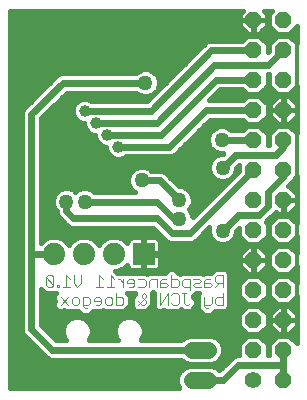
<source format=gbl>
G75*
G70*
%OFA0B0*%
%FSLAX24Y24*%
%IPPOS*%
%LPD*%
%AMOC8*
5,1,8,0,0,1.08239X$1,22.5*
%
%ADD10C,0.0030*%
%ADD11C,0.0560*%
%ADD12OC8,0.0560*%
%ADD13C,0.0560*%
%ADD14R,0.0740X0.0740*%
%ADD15C,0.0740*%
%ADD16C,0.0500*%
%ADD17C,0.0160*%
%ADD18C,0.0140*%
%ADD19C,0.0240*%
%ADD20C,0.0220*%
%ADD21C,0.0396*%
D10*
X002162Y003245D02*
X002409Y003492D01*
X002409Y003245D02*
X002162Y003492D01*
X002102Y003845D02*
X002040Y003845D01*
X002040Y003907D01*
X002102Y003907D01*
X002102Y003845D01*
X002223Y003845D02*
X002470Y003845D01*
X002347Y003845D02*
X002347Y004215D01*
X002470Y004092D01*
X002591Y004215D02*
X002591Y003968D01*
X002715Y003845D01*
X002838Y003968D01*
X002838Y004215D01*
X003328Y003845D02*
X003575Y003845D01*
X003696Y003845D02*
X003943Y003845D01*
X003820Y003845D02*
X003820Y004215D01*
X003943Y004092D01*
X004065Y004092D02*
X004127Y004092D01*
X004250Y003968D01*
X004372Y003968D02*
X004618Y003968D01*
X004618Y003907D02*
X004618Y004030D01*
X004557Y004092D01*
X004433Y004092D01*
X004372Y004030D01*
X004372Y003968D01*
X004433Y003845D02*
X004557Y003845D01*
X004618Y003907D01*
X004740Y003845D02*
X004925Y003845D01*
X004987Y003907D01*
X004987Y004030D01*
X004925Y004092D01*
X004740Y004092D01*
X005108Y004030D02*
X005108Y003845D01*
X005108Y004030D02*
X005170Y004092D01*
X005355Y004092D01*
X005355Y003845D01*
X005477Y003845D02*
X005662Y003845D01*
X005723Y003907D01*
X005662Y003968D01*
X005477Y003968D01*
X005477Y004030D02*
X005477Y003845D01*
X005477Y004030D02*
X005538Y004092D01*
X005662Y004092D01*
X005845Y004092D02*
X006030Y004092D01*
X006092Y004030D01*
X006092Y003907D01*
X006030Y003845D01*
X005845Y003845D01*
X005845Y004215D01*
X006213Y004030D02*
X006213Y003907D01*
X006275Y003845D01*
X006460Y003845D01*
X006460Y003722D02*
X006460Y004092D01*
X006275Y004092D01*
X006213Y004030D01*
X006581Y004092D02*
X006767Y004092D01*
X006828Y004030D01*
X006767Y003968D01*
X006643Y003968D01*
X006581Y003907D01*
X006643Y003845D01*
X006828Y003845D01*
X006950Y003845D02*
X007135Y003845D01*
X007197Y003907D01*
X007135Y003968D01*
X006950Y003968D01*
X006950Y004030D02*
X006950Y003845D01*
X006950Y004030D02*
X007012Y004092D01*
X007135Y004092D01*
X007318Y004154D02*
X007318Y004030D01*
X007380Y003968D01*
X007565Y003968D01*
X007565Y003845D02*
X007565Y004215D01*
X007380Y004215D01*
X007318Y004154D01*
X007442Y003968D02*
X007318Y003845D01*
X007565Y003615D02*
X007565Y003245D01*
X007380Y003245D01*
X007318Y003307D01*
X007318Y003430D01*
X007380Y003492D01*
X007565Y003492D01*
X007197Y003492D02*
X007197Y003307D01*
X007135Y003245D01*
X006950Y003245D01*
X006950Y003183D02*
X007012Y003122D01*
X007073Y003122D01*
X006950Y003183D02*
X006950Y003492D01*
X006460Y003307D02*
X006398Y003245D01*
X006337Y003245D01*
X006275Y003307D01*
X006275Y003615D01*
X006337Y003615D02*
X006213Y003615D01*
X006092Y003554D02*
X006092Y003307D01*
X006030Y003245D01*
X005907Y003245D01*
X005845Y003307D01*
X005723Y003245D02*
X005723Y003615D01*
X005477Y003245D01*
X005477Y003615D01*
X005845Y003554D02*
X005907Y003615D01*
X006030Y003615D01*
X006092Y003554D01*
X004987Y003554D02*
X004987Y003492D01*
X004740Y003245D01*
X004740Y003368D02*
X004863Y003245D01*
X004925Y003245D01*
X004987Y003307D01*
X004987Y003368D01*
X004863Y003492D01*
X004863Y003554D01*
X004925Y003615D01*
X004987Y003554D01*
X004250Y003430D02*
X004250Y003307D01*
X004188Y003245D01*
X004003Y003245D01*
X004003Y003615D01*
X004003Y003492D02*
X004188Y003492D01*
X004250Y003430D01*
X004250Y003845D02*
X004250Y004092D01*
X003820Y003492D02*
X003697Y003492D01*
X003635Y003430D01*
X003635Y003307D01*
X003697Y003245D01*
X003820Y003245D01*
X003882Y003307D01*
X003882Y003430D01*
X003820Y003492D01*
X003514Y003430D02*
X003514Y003307D01*
X003452Y003245D01*
X003328Y003245D01*
X003267Y003368D02*
X003514Y003368D01*
X003514Y003430D02*
X003452Y003492D01*
X003328Y003492D01*
X003267Y003430D01*
X003267Y003368D01*
X003145Y003307D02*
X003084Y003245D01*
X002898Y003245D01*
X002898Y003183D02*
X002898Y003492D01*
X003084Y003492D01*
X003145Y003430D01*
X003145Y003307D01*
X003022Y003122D02*
X002960Y003122D01*
X002898Y003183D01*
X002777Y003307D02*
X002715Y003245D01*
X002592Y003245D01*
X002530Y003307D01*
X002530Y003430D01*
X002592Y003492D01*
X002715Y003492D01*
X002777Y003430D01*
X002777Y003307D01*
X003451Y003845D02*
X003451Y004215D01*
X003575Y004092D01*
X001918Y004154D02*
X001918Y003907D01*
X001671Y004154D01*
X001671Y003907D01*
X001732Y003845D01*
X001856Y003845D01*
X001918Y003907D01*
X001918Y004154D02*
X001856Y004215D01*
X001732Y004215D01*
X001671Y004154D01*
D11*
X008580Y000730D03*
D12*
X008580Y001730D03*
X008580Y002730D03*
X008580Y003730D03*
X008580Y004730D03*
X008580Y005730D03*
X008580Y006730D03*
X008580Y007730D03*
X008580Y008730D03*
X008580Y009730D03*
X008580Y010730D03*
X008580Y011730D03*
X008580Y012730D03*
X009580Y012730D03*
X009580Y011730D03*
X009580Y010730D03*
X009580Y009730D03*
X009580Y008730D03*
X009580Y007730D03*
X009580Y006730D03*
X009580Y005730D03*
X009580Y004730D03*
X009580Y003730D03*
X009580Y002730D03*
X009580Y001730D03*
X009580Y000730D03*
D13*
X007085Y000730D02*
X006525Y000730D01*
X006525Y001730D02*
X007085Y001730D01*
D14*
X004930Y004930D03*
D15*
X003930Y004930D03*
X002930Y004930D03*
X001930Y004930D03*
D16*
X002343Y006668D03*
X002955Y006668D03*
X004255Y007968D03*
X004868Y007380D03*
X006105Y006730D03*
X006105Y006105D03*
X007555Y005705D03*
X007555Y007805D03*
X006805Y007955D03*
X007530Y008730D03*
X004980Y010630D03*
X003130Y012230D03*
X000830Y010605D03*
D17*
X000460Y013020D02*
X000460Y000460D01*
X006117Y000460D01*
X006045Y000635D01*
X006045Y000825D01*
X006118Y001002D01*
X006253Y001137D01*
X006430Y001210D01*
X007180Y001210D01*
X007357Y001137D01*
X007444Y001050D01*
X007447Y001050D01*
X007809Y001411D01*
X007899Y001501D01*
X008016Y001550D01*
X008100Y001550D01*
X008100Y001929D01*
X008381Y002210D01*
X008779Y002210D01*
X009060Y001929D01*
X009060Y001550D01*
X009100Y001550D01*
X009100Y001929D01*
X009381Y002210D01*
X009779Y002210D01*
X010042Y001947D01*
X010042Y003513D01*
X009779Y003250D01*
X009381Y003250D01*
X009100Y003531D01*
X009100Y003929D01*
X009381Y004210D01*
X009779Y004210D01*
X010042Y003947D01*
X010042Y004513D01*
X009779Y004250D01*
X009381Y004250D01*
X009100Y004531D01*
X009100Y004929D01*
X009381Y005210D01*
X009779Y005210D01*
X010042Y004947D01*
X010042Y005513D01*
X009779Y005250D01*
X009381Y005250D01*
X009100Y005531D01*
X009100Y005929D01*
X009381Y006210D01*
X009779Y006210D01*
X010042Y005947D01*
X010042Y007513D01*
X009868Y007339D01*
X009851Y007299D01*
X009761Y007209D01*
X009743Y007190D01*
X009771Y007190D01*
X010040Y006921D01*
X010040Y006740D01*
X009590Y006740D01*
X009590Y006720D01*
X010040Y006720D01*
X010040Y006539D01*
X009771Y006270D01*
X009590Y006270D01*
X009590Y006720D01*
X009570Y006720D01*
X009570Y006270D01*
X009389Y006270D01*
X009331Y006328D01*
X009261Y006259D01*
X009051Y006049D01*
X008996Y005993D01*
X009060Y005929D01*
X009060Y005531D01*
X008779Y005250D01*
X008381Y005250D01*
X008100Y005531D01*
X008100Y005797D01*
X008005Y005702D01*
X008005Y005615D01*
X007936Y005450D01*
X007810Y005324D01*
X007645Y005255D01*
X007465Y005255D01*
X007300Y005324D01*
X007174Y005450D01*
X007105Y005615D01*
X007105Y005795D01*
X007118Y005825D01*
X006694Y005403D01*
X006649Y005359D01*
X006648Y005359D01*
X006648Y005358D01*
X006590Y005334D01*
X006531Y005310D01*
X006531Y005310D01*
X006530Y005310D01*
X006467Y005310D01*
X005804Y005310D01*
X005686Y005359D01*
X005235Y005810D01*
X002504Y005810D01*
X002386Y005859D01*
X002161Y006084D01*
X002071Y006174D01*
X002023Y006291D01*
X002023Y006351D01*
X001961Y006413D01*
X001893Y006578D01*
X001893Y006757D01*
X001961Y006922D01*
X002088Y007049D01*
X002253Y007117D01*
X002432Y007117D01*
X002597Y007049D01*
X002649Y006998D01*
X002700Y007049D01*
X002865Y007117D01*
X003045Y007117D01*
X003210Y007049D01*
X003271Y006987D01*
X004639Y006987D01*
X004613Y006999D01*
X004486Y007125D01*
X004418Y007290D01*
X004418Y007470D01*
X004486Y007635D01*
X004613Y007761D01*
X004778Y007830D01*
X004957Y007830D01*
X005122Y007761D01*
X005184Y007700D01*
X005519Y007700D01*
X005636Y007651D01*
X005726Y007561D01*
X006108Y007180D01*
X006195Y007180D01*
X006360Y007111D01*
X006486Y006985D01*
X006555Y006820D01*
X006555Y006640D01*
X006486Y006475D01*
X006429Y006418D01*
X006486Y006360D01*
X006555Y006195D01*
X006555Y006168D01*
X008100Y007704D01*
X008100Y007897D01*
X008005Y007802D01*
X008005Y007715D01*
X007936Y007550D01*
X007810Y007424D01*
X007645Y007355D01*
X007465Y007355D01*
X007300Y007424D01*
X007174Y007550D01*
X007105Y007715D01*
X007105Y007895D01*
X007174Y008060D01*
X007300Y008186D01*
X007465Y008255D01*
X007552Y008255D01*
X007577Y008280D01*
X007440Y008280D01*
X007275Y008349D01*
X007149Y008475D01*
X007080Y008640D01*
X007080Y008820D01*
X007149Y008985D01*
X007275Y009111D01*
X007440Y009180D01*
X007620Y009180D01*
X007785Y009111D01*
X007846Y009050D01*
X008221Y009050D01*
X008381Y009210D01*
X008779Y009210D01*
X009060Y008929D01*
X009060Y008550D01*
X009100Y008550D01*
X009100Y008929D01*
X009381Y009210D01*
X009779Y009210D01*
X010042Y008947D01*
X010042Y010513D01*
X009779Y010250D01*
X009381Y010250D01*
X009100Y010531D01*
X009100Y010920D01*
X009060Y010920D01*
X009060Y010531D01*
X008779Y010250D01*
X008381Y010250D01*
X008211Y010420D01*
X007458Y010420D01*
X007088Y010050D01*
X008221Y010050D01*
X008381Y010210D01*
X008779Y010210D01*
X009060Y009929D01*
X009060Y009531D01*
X008779Y009250D01*
X008381Y009250D01*
X008221Y009410D01*
X007138Y009410D01*
X005961Y008234D01*
X005844Y008185D01*
X004323Y008185D01*
X004306Y008167D01*
X004159Y008107D01*
X004001Y008107D01*
X003854Y008167D01*
X003742Y008279D01*
X003682Y008426D01*
X003682Y008507D01*
X003626Y008507D01*
X003479Y008567D01*
X003367Y008679D01*
X003307Y008826D01*
X003307Y008907D01*
X003251Y008907D01*
X003104Y008967D01*
X002992Y009079D01*
X002932Y009226D01*
X002932Y009307D01*
X002876Y009307D01*
X002729Y009367D01*
X002617Y009479D01*
X002557Y009626D01*
X002557Y009784D01*
X002617Y009931D01*
X002729Y010043D01*
X002876Y010103D01*
X003034Y010103D01*
X003181Y010043D01*
X003208Y010015D01*
X005027Y010015D01*
X007004Y011993D01*
X007118Y012040D01*
X008211Y012040D01*
X008381Y012210D01*
X008779Y012210D01*
X009060Y011929D01*
X009060Y011648D01*
X009100Y011688D01*
X009100Y011929D01*
X009381Y012210D01*
X009779Y012210D01*
X010042Y011947D01*
X010042Y012513D01*
X009779Y012250D01*
X009381Y012250D01*
X009100Y012531D01*
X009100Y012929D01*
X009191Y013020D01*
X008940Y013020D01*
X009040Y012921D01*
X009040Y012740D01*
X008590Y012740D01*
X008590Y012720D01*
X009040Y012720D01*
X009040Y012539D01*
X008771Y012270D01*
X008590Y012270D01*
X008590Y012720D01*
X008570Y012720D01*
X008570Y012270D01*
X008389Y012270D01*
X008120Y012539D01*
X008120Y012720D01*
X008570Y012720D01*
X008570Y012740D01*
X008120Y012740D01*
X008120Y012921D01*
X008220Y013020D01*
X000460Y013020D01*
X000460Y013019D02*
X008218Y013019D01*
X008120Y012860D02*
X000460Y012860D01*
X000460Y012702D02*
X008120Y012702D01*
X008120Y012543D02*
X000460Y012543D01*
X000460Y012385D02*
X008275Y012385D01*
X008570Y012385D02*
X008590Y012385D01*
X008590Y012543D02*
X008570Y012543D01*
X008570Y012702D02*
X008590Y012702D01*
X008885Y012385D02*
X009247Y012385D01*
X009100Y012543D02*
X009040Y012543D01*
X009040Y012702D02*
X009100Y012702D01*
X009100Y012860D02*
X009040Y012860D01*
X008942Y013019D02*
X009190Y013019D01*
X009239Y012068D02*
X008921Y012068D01*
X009060Y011909D02*
X009100Y011909D01*
X009100Y011751D02*
X009060Y011751D01*
X009060Y010800D02*
X009100Y010800D01*
X009100Y010641D02*
X009060Y010641D01*
X009011Y010483D02*
X009149Y010483D01*
X009307Y010324D02*
X008853Y010324D01*
X008823Y010166D02*
X009365Y010166D01*
X009389Y010190D02*
X009120Y009921D01*
X009120Y009740D01*
X009570Y009740D01*
X009570Y010190D01*
X009389Y010190D01*
X009570Y010166D02*
X009590Y010166D01*
X009590Y010190D02*
X009590Y009740D01*
X009570Y009740D01*
X009570Y009720D01*
X009120Y009720D01*
X009120Y009539D01*
X009389Y009270D01*
X009570Y009270D01*
X009570Y009720D01*
X009590Y009720D01*
X009590Y009740D01*
X010040Y009740D01*
X010040Y009921D01*
X009771Y010190D01*
X009590Y010190D01*
X009590Y010007D02*
X009570Y010007D01*
X009570Y009849D02*
X009590Y009849D01*
X009590Y009720D02*
X010040Y009720D01*
X010040Y009539D01*
X009771Y009270D01*
X009590Y009270D01*
X009590Y009720D01*
X009590Y009690D02*
X009570Y009690D01*
X009570Y009532D02*
X009590Y009532D01*
X009590Y009373D02*
X009570Y009373D01*
X009874Y009373D02*
X010042Y009373D01*
X010042Y009215D02*
X006942Y009215D01*
X007101Y009373D02*
X008258Y009373D01*
X008227Y009056D02*
X007840Y009056D01*
X007220Y009056D02*
X006784Y009056D01*
X006625Y008898D02*
X007112Y008898D01*
X007080Y008739D02*
X006467Y008739D01*
X006308Y008581D02*
X007105Y008581D01*
X007202Y008422D02*
X006150Y008422D01*
X005991Y008264D02*
X007561Y008264D01*
X007219Y008105D02*
X001500Y008105D01*
X001500Y007947D02*
X007127Y007947D01*
X007105Y007788D02*
X005058Y007788D01*
X004677Y007788D02*
X001500Y007788D01*
X001500Y007630D02*
X004484Y007630D01*
X004418Y007471D02*
X001500Y007471D01*
X001500Y007313D02*
X004418Y007313D01*
X004474Y007154D02*
X001500Y007154D01*
X001500Y006996D02*
X002034Y006996D01*
X001926Y006837D02*
X001500Y006837D01*
X001500Y006679D02*
X001893Y006679D01*
X001917Y006520D02*
X001500Y006520D01*
X001500Y006362D02*
X002012Y006362D01*
X002059Y006203D02*
X001500Y006203D01*
X001500Y006045D02*
X002200Y006045D01*
X002359Y005886D02*
X001500Y005886D01*
X001500Y005728D02*
X005317Y005728D01*
X005476Y005569D02*
X001500Y005569D01*
X001500Y005411D02*
X001604Y005411D01*
X001607Y005413D02*
X001500Y005306D01*
X001500Y009447D01*
X002363Y010310D01*
X004664Y010310D01*
X004725Y010249D01*
X004890Y010180D01*
X005070Y010180D01*
X005235Y010249D01*
X005361Y010375D01*
X005430Y010540D01*
X005430Y010720D01*
X005361Y010885D01*
X005235Y011011D01*
X005070Y011080D01*
X004890Y011080D01*
X004725Y011011D01*
X004664Y010950D01*
X002166Y010950D01*
X002049Y010901D01*
X000999Y009851D01*
X000909Y009761D01*
X000860Y009644D01*
X000860Y002366D01*
X000909Y002249D01*
X001699Y001459D01*
X001816Y001410D01*
X006166Y001410D01*
X006253Y001323D01*
X006430Y001250D01*
X007180Y001250D01*
X007357Y001323D01*
X007492Y001458D01*
X007565Y001635D01*
X007565Y001825D01*
X007492Y002002D01*
X007357Y002137D01*
X007180Y002210D01*
X006430Y002210D01*
X006253Y002137D01*
X006166Y002050D01*
X004822Y002050D01*
X004850Y002079D01*
X004923Y002254D01*
X004923Y002444D01*
X004850Y002619D01*
X004716Y002753D01*
X004541Y002826D01*
X004351Y002826D01*
X004176Y002753D01*
X004042Y002619D01*
X003969Y002444D01*
X003969Y002254D01*
X004042Y002079D01*
X004070Y002050D01*
X003090Y002050D01*
X003118Y002079D01*
X003191Y002254D01*
X003191Y002444D01*
X003118Y002619D01*
X002984Y002753D01*
X002809Y002826D01*
X002619Y002826D01*
X002444Y002753D01*
X002310Y002619D01*
X002237Y002444D01*
X002237Y002254D01*
X002310Y002079D01*
X002338Y002050D01*
X002013Y002050D01*
X001500Y002563D01*
X001500Y003773D01*
X001519Y003754D01*
X001582Y003692D01*
X001643Y003630D01*
X001643Y003630D01*
X001643Y003630D01*
X001731Y003630D01*
X001945Y003630D01*
X001948Y003633D01*
X001951Y003630D01*
X001996Y003630D01*
X001947Y003581D01*
X001947Y003403D01*
X001981Y003368D01*
X001947Y003334D01*
X001947Y003156D01*
X002073Y003030D01*
X002251Y003030D01*
X002285Y003064D01*
X002320Y003030D01*
X002498Y003030D01*
X002500Y003033D01*
X002503Y003030D01*
X002593Y003030D01*
X002748Y003030D01*
X002809Y002968D01*
X002871Y002907D01*
X003111Y002907D01*
X003237Y003033D01*
X003239Y003030D01*
X003541Y003030D01*
X003574Y003063D01*
X003608Y003030D01*
X003698Y003030D01*
X003909Y003030D01*
X003912Y003033D01*
X003914Y003030D01*
X004278Y003030D01*
X004339Y003092D01*
X004465Y003218D01*
X004465Y003429D01*
X004465Y003519D01*
X004465Y003519D01*
X004465Y003519D01*
X004404Y003581D01*
X004403Y003581D01*
X004354Y003630D01*
X004646Y003630D01*
X004648Y003633D01*
X004648Y003633D01*
X004648Y003581D01*
X004525Y003457D01*
X004525Y003156D01*
X004651Y003030D01*
X005014Y003030D01*
X005076Y003092D01*
X005202Y003218D01*
X005202Y003555D01*
X005202Y003635D01*
X005232Y003664D01*
X005262Y003635D01*
X005262Y003310D01*
X005248Y003290D01*
X005262Y003224D01*
X005262Y003156D01*
X005278Y003139D01*
X005283Y003116D01*
X005340Y003078D01*
X005387Y003030D01*
X005411Y003030D01*
X005431Y003017D01*
X005498Y003030D01*
X005566Y003030D01*
X005583Y003047D01*
X005606Y003052D01*
X005609Y003056D01*
X005634Y003030D01*
X005812Y003030D01*
X005815Y003033D01*
X005818Y003030D01*
X005908Y003030D01*
X006119Y003030D01*
X006183Y003094D01*
X006186Y003092D01*
X006248Y003030D01*
X006487Y003030D01*
X006613Y003156D01*
X006675Y003218D01*
X006675Y003396D01*
X006557Y003514D01*
X006673Y003630D01*
X006784Y003630D01*
X006735Y003581D01*
X006735Y003094D01*
X006797Y003033D01*
X006922Y002907D01*
X007162Y002907D01*
X007288Y003033D01*
X007291Y003030D01*
X007381Y003030D01*
X007654Y003030D01*
X007780Y003156D01*
X007780Y003704D01*
X007754Y003730D01*
X007780Y003756D01*
X007780Y004304D01*
X007654Y004430D01*
X007291Y004430D01*
X007229Y004369D01*
X007167Y004307D01*
X006922Y004307D01*
X006889Y004273D01*
X006856Y004307D01*
X006856Y004307D01*
X006766Y004307D01*
X006678Y004307D01*
X006678Y004307D01*
X006186Y004307D01*
X006152Y004273D01*
X006119Y004307D01*
X006057Y004307D01*
X005934Y004430D01*
X005756Y004430D01*
X005632Y004307D01*
X005449Y004307D01*
X005447Y004304D01*
X005444Y004307D01*
X005081Y004307D01*
X005048Y004273D01*
X005014Y004307D01*
X004926Y004307D01*
X004836Y004307D01*
X004651Y004307D01*
X004648Y004304D01*
X004646Y004307D01*
X004646Y004307D01*
X004556Y004307D01*
X004468Y004307D01*
X004468Y004307D01*
X004344Y004307D01*
X004342Y004304D01*
X004339Y004307D01*
X004032Y004307D01*
X003979Y004360D01*
X004043Y004360D01*
X004253Y004447D01*
X004380Y004574D01*
X004380Y004536D01*
X004392Y004491D01*
X004416Y004449D01*
X004449Y004416D01*
X004491Y004392D01*
X004536Y004380D01*
X004910Y004380D01*
X004910Y004910D01*
X004950Y004910D01*
X004950Y004950D01*
X004910Y004950D01*
X004910Y005480D01*
X004536Y005480D01*
X004491Y005468D01*
X004449Y005444D01*
X004416Y005411D01*
X004392Y005369D01*
X004380Y005324D01*
X004380Y005286D01*
X004253Y005413D01*
X004043Y005500D01*
X003817Y005500D01*
X003607Y005413D01*
X003447Y005253D01*
X003430Y005212D01*
X003413Y005253D01*
X003253Y005413D01*
X003043Y005500D01*
X002817Y005500D01*
X002607Y005413D01*
X002447Y005253D01*
X002430Y005212D01*
X002413Y005253D01*
X002253Y005413D01*
X002043Y005500D01*
X001817Y005500D01*
X001607Y005413D01*
X002256Y005411D02*
X002604Y005411D01*
X002446Y005252D02*
X002414Y005252D01*
X003256Y005411D02*
X003604Y005411D01*
X003446Y005252D02*
X003414Y005252D01*
X004256Y005411D02*
X004416Y005411D01*
X004910Y005411D02*
X004950Y005411D01*
X004950Y005480D02*
X004950Y004950D01*
X005480Y004950D01*
X005480Y005324D01*
X005468Y005369D01*
X005444Y005411D01*
X005411Y005444D01*
X005369Y005468D01*
X005324Y005480D01*
X004950Y005480D01*
X004950Y005252D02*
X004910Y005252D01*
X004910Y005094D02*
X004950Y005094D01*
X004950Y004935D02*
X008134Y004935D01*
X008120Y004921D02*
X008120Y004740D01*
X008570Y004740D01*
X008570Y005190D01*
X008389Y005190D01*
X008120Y004921D01*
X008120Y004777D02*
X005480Y004777D01*
X005480Y004910D02*
X004950Y004910D01*
X004950Y004380D01*
X005324Y004380D01*
X005369Y004392D01*
X005411Y004416D01*
X005444Y004449D01*
X005468Y004491D01*
X005480Y004536D01*
X005480Y004910D01*
X005480Y005094D02*
X008293Y005094D01*
X008379Y005252D02*
X005480Y005252D01*
X005444Y005411D02*
X005634Y005411D01*
X005480Y004618D02*
X008120Y004618D01*
X008120Y004539D02*
X008389Y004270D01*
X008570Y004270D01*
X008570Y004720D01*
X008120Y004720D01*
X008120Y004539D01*
X008200Y004460D02*
X005450Y004460D01*
X005075Y004301D02*
X005020Y004301D01*
X005014Y004307D02*
X005014Y004307D01*
X005014Y004307D01*
X004836Y004307D02*
X004836Y004307D01*
X004910Y004460D02*
X004950Y004460D01*
X004950Y004618D02*
X004910Y004618D01*
X004910Y004777D02*
X004950Y004777D01*
X004646Y004307D02*
X004646Y004307D01*
X004410Y004460D02*
X004266Y004460D01*
X004403Y003581D02*
X004403Y003581D01*
X004465Y003509D02*
X004576Y003509D01*
X004525Y003350D02*
X004465Y003350D01*
X004439Y003192D02*
X004525Y003192D01*
X004648Y003033D02*
X004281Y003033D01*
X004139Y002716D02*
X003021Y002716D01*
X003144Y002558D02*
X004016Y002558D01*
X003969Y002399D02*
X003191Y002399D01*
X003185Y002241D02*
X003975Y002241D01*
X004040Y002082D02*
X003120Y002082D01*
X002407Y002716D02*
X001500Y002716D01*
X001500Y002875D02*
X008100Y002875D01*
X008100Y002929D02*
X008100Y002531D01*
X008381Y002250D01*
X008779Y002250D01*
X009060Y002531D01*
X009060Y002929D01*
X008779Y003210D01*
X008381Y003210D01*
X008100Y002929D01*
X008204Y003033D02*
X007657Y003033D01*
X007780Y003192D02*
X008363Y003192D01*
X008381Y003250D02*
X008779Y003250D01*
X009060Y003531D01*
X009060Y003929D01*
X008779Y004210D01*
X008381Y004210D01*
X008100Y003929D01*
X008100Y003531D01*
X008381Y003250D01*
X008281Y003350D02*
X007780Y003350D01*
X007780Y003509D02*
X008123Y003509D01*
X008100Y003667D02*
X007780Y003667D01*
X007780Y003826D02*
X008100Y003826D01*
X008155Y003984D02*
X007780Y003984D01*
X007780Y004143D02*
X008314Y004143D01*
X008358Y004301D02*
X007780Y004301D01*
X008570Y004301D02*
X008590Y004301D01*
X008590Y004270D02*
X008771Y004270D01*
X009040Y004539D01*
X009040Y004720D01*
X008590Y004720D01*
X008590Y004740D01*
X008570Y004740D01*
X008570Y004720D01*
X008590Y004720D01*
X008590Y004270D01*
X008590Y004460D02*
X008570Y004460D01*
X008570Y004618D02*
X008590Y004618D01*
X008590Y004740D02*
X009040Y004740D01*
X009040Y004921D01*
X008771Y005190D01*
X008590Y005190D01*
X008590Y004740D01*
X008590Y004777D02*
X008570Y004777D01*
X008570Y004935D02*
X008590Y004935D01*
X008590Y005094D02*
X008570Y005094D01*
X008781Y005252D02*
X009379Y005252D01*
X009265Y005094D02*
X008867Y005094D01*
X009026Y004935D02*
X009106Y004935D01*
X009100Y004777D02*
X009040Y004777D01*
X009040Y004618D02*
X009100Y004618D01*
X009172Y004460D02*
X008960Y004460D01*
X008802Y004301D02*
X009330Y004301D01*
X009314Y004143D02*
X008846Y004143D01*
X009005Y003984D02*
X009155Y003984D01*
X009100Y003826D02*
X009060Y003826D01*
X009060Y003667D02*
X009100Y003667D01*
X009123Y003509D02*
X009037Y003509D01*
X008879Y003350D02*
X009281Y003350D01*
X009389Y003190D02*
X009120Y002921D01*
X009120Y002740D01*
X009570Y002740D01*
X009570Y003190D01*
X009389Y003190D01*
X009590Y003190D02*
X009590Y002740D01*
X009570Y002740D01*
X009570Y002720D01*
X009120Y002720D01*
X009120Y002539D01*
X009389Y002270D01*
X009570Y002270D01*
X009570Y002720D01*
X009590Y002720D01*
X009590Y002740D01*
X010040Y002740D01*
X010040Y002921D01*
X009771Y003190D01*
X009590Y003190D01*
X009590Y003033D02*
X009570Y003033D01*
X009570Y002875D02*
X009590Y002875D01*
X009590Y002720D02*
X010040Y002720D01*
X010040Y002539D01*
X009771Y002270D01*
X009590Y002270D01*
X009590Y002720D01*
X009590Y002716D02*
X009570Y002716D01*
X009570Y002558D02*
X009590Y002558D01*
X009590Y002399D02*
X009570Y002399D01*
X009260Y002399D02*
X008928Y002399D01*
X009060Y002558D02*
X009120Y002558D01*
X009120Y002716D02*
X009060Y002716D01*
X009060Y002875D02*
X009120Y002875D01*
X009232Y003033D02*
X008956Y003033D01*
X008797Y003192D02*
X010042Y003192D01*
X010042Y003350D02*
X009879Y003350D01*
X010037Y003509D02*
X010042Y003509D01*
X010042Y003984D02*
X010005Y003984D01*
X010042Y004143D02*
X009846Y004143D01*
X009830Y004301D02*
X010042Y004301D01*
X010042Y004460D02*
X009988Y004460D01*
X010042Y005094D02*
X009895Y005094D01*
X009781Y005252D02*
X010042Y005252D01*
X010042Y005411D02*
X009939Y005411D01*
X009944Y006045D02*
X010042Y006045D01*
X010042Y006203D02*
X009786Y006203D01*
X009862Y006362D02*
X010042Y006362D01*
X010042Y006520D02*
X010021Y006520D01*
X010040Y006679D02*
X010042Y006679D01*
X010040Y006837D02*
X010042Y006837D01*
X010042Y006996D02*
X009965Y006996D01*
X010042Y007154D02*
X009807Y007154D01*
X009857Y007313D02*
X010042Y007313D01*
X010042Y007471D02*
X010000Y007471D01*
X009590Y006679D02*
X009570Y006679D01*
X009570Y006520D02*
X009590Y006520D01*
X009590Y006362D02*
X009570Y006362D01*
X009374Y006203D02*
X009206Y006203D01*
X009216Y006045D02*
X009047Y006045D01*
X009060Y005886D02*
X009100Y005886D01*
X009100Y005728D02*
X009060Y005728D01*
X009060Y005569D02*
X009100Y005569D01*
X009221Y005411D02*
X008939Y005411D01*
X008221Y005411D02*
X007897Y005411D01*
X007986Y005569D02*
X008100Y005569D01*
X008100Y005728D02*
X008030Y005728D01*
X007213Y005411D02*
X006701Y005411D01*
X006860Y005569D02*
X007124Y005569D01*
X007105Y005728D02*
X007019Y005728D01*
X006590Y006203D02*
X006551Y006203D01*
X006485Y006362D02*
X006749Y006362D01*
X006909Y006520D02*
X006505Y006520D01*
X006555Y006679D02*
X007068Y006679D01*
X007228Y006837D02*
X006548Y006837D01*
X006476Y006996D02*
X007387Y006996D01*
X007547Y007154D02*
X006257Y007154D01*
X005975Y007313D02*
X007706Y007313D01*
X007857Y007471D02*
X007866Y007471D01*
X007969Y007630D02*
X008025Y007630D01*
X008005Y007788D02*
X008100Y007788D01*
X007253Y007471D02*
X005817Y007471D01*
X005658Y007630D02*
X007141Y007630D01*
X008933Y009056D02*
X009227Y009056D01*
X009100Y008898D02*
X009060Y008898D01*
X009060Y008739D02*
X009100Y008739D01*
X009100Y008581D02*
X009060Y008581D01*
X008902Y009373D02*
X009286Y009373D01*
X009128Y009532D02*
X009060Y009532D01*
X009060Y009690D02*
X009120Y009690D01*
X009120Y009849D02*
X009060Y009849D01*
X008982Y010007D02*
X009206Y010007D01*
X009795Y010166D02*
X010042Y010166D01*
X010042Y010324D02*
X009853Y010324D01*
X010011Y010483D02*
X010042Y010483D01*
X010042Y010007D02*
X009954Y010007D01*
X010040Y009849D02*
X010042Y009849D01*
X010040Y009690D02*
X010042Y009690D01*
X010032Y009532D02*
X010042Y009532D01*
X010042Y009056D02*
X009933Y009056D01*
X008337Y010166D02*
X007204Y010166D01*
X007362Y010324D02*
X008307Y010324D01*
X008239Y012068D02*
X000460Y012068D01*
X000460Y012226D02*
X010042Y012226D01*
X010042Y012068D02*
X009921Y012068D01*
X009913Y012385D02*
X010042Y012385D01*
X006921Y011909D02*
X000460Y011909D01*
X000460Y011751D02*
X006762Y011751D01*
X006604Y011592D02*
X000460Y011592D01*
X000460Y011434D02*
X006445Y011434D01*
X006287Y011275D02*
X000460Y011275D01*
X000460Y011117D02*
X006128Y011117D01*
X005970Y010958D02*
X005288Y010958D01*
X005397Y010800D02*
X005811Y010800D01*
X005653Y010641D02*
X005430Y010641D01*
X005406Y010483D02*
X005494Y010483D01*
X005336Y010324D02*
X005310Y010324D01*
X005177Y010166D02*
X002218Y010166D01*
X002060Y010007D02*
X002694Y010007D01*
X002584Y009849D02*
X001901Y009849D01*
X001743Y009690D02*
X002557Y009690D01*
X002596Y009532D02*
X001584Y009532D01*
X001500Y009373D02*
X002724Y009373D01*
X002937Y009215D02*
X001500Y009215D01*
X001500Y009056D02*
X003016Y009056D01*
X003307Y008898D02*
X001500Y008898D01*
X001500Y008739D02*
X003343Y008739D01*
X003466Y008581D02*
X001500Y008581D01*
X001500Y008422D02*
X003683Y008422D01*
X003758Y008264D02*
X001500Y008264D01*
X000860Y008264D02*
X000460Y008264D01*
X000460Y008422D02*
X000860Y008422D01*
X000860Y008581D02*
X000460Y008581D01*
X000460Y008739D02*
X000860Y008739D01*
X000860Y008898D02*
X000460Y008898D01*
X000460Y009056D02*
X000860Y009056D01*
X000860Y009215D02*
X000460Y009215D01*
X000460Y009373D02*
X000860Y009373D01*
X000860Y009532D02*
X000460Y009532D01*
X000460Y009690D02*
X000879Y009690D01*
X000996Y009849D02*
X000460Y009849D01*
X000460Y010007D02*
X001154Y010007D01*
X001313Y010166D02*
X000460Y010166D01*
X000460Y010324D02*
X001471Y010324D01*
X001630Y010483D02*
X000460Y010483D01*
X000460Y010641D02*
X001788Y010641D01*
X001947Y010800D02*
X000460Y010800D01*
X000460Y010958D02*
X004672Y010958D01*
X004620Y006996D02*
X003263Y006996D01*
X000860Y006996D02*
X000460Y006996D01*
X000460Y006837D02*
X000860Y006837D01*
X000860Y006679D02*
X000460Y006679D01*
X000460Y006520D02*
X000860Y006520D01*
X000860Y006362D02*
X000460Y006362D01*
X000460Y006203D02*
X000860Y006203D01*
X000860Y006045D02*
X000460Y006045D01*
X000460Y005886D02*
X000860Y005886D01*
X000860Y005728D02*
X000460Y005728D01*
X000460Y005569D02*
X000860Y005569D01*
X000860Y005411D02*
X000460Y005411D01*
X000460Y005252D02*
X000860Y005252D01*
X000860Y005094D02*
X000460Y005094D01*
X000460Y004935D02*
X000860Y004935D01*
X000860Y004777D02*
X000460Y004777D01*
X000460Y004618D02*
X000860Y004618D01*
X000860Y004460D02*
X000460Y004460D01*
X000460Y004301D02*
X000860Y004301D01*
X000860Y004143D02*
X000460Y004143D01*
X000460Y003984D02*
X000860Y003984D01*
X000860Y003826D02*
X000460Y003826D01*
X000460Y003667D02*
X000860Y003667D01*
X000860Y003509D02*
X000460Y003509D01*
X000460Y003350D02*
X000860Y003350D01*
X000860Y003192D02*
X000460Y003192D01*
X000460Y003033D02*
X000860Y003033D01*
X000860Y002875D02*
X000460Y002875D01*
X000460Y002716D02*
X000860Y002716D01*
X000860Y002558D02*
X000460Y002558D01*
X000460Y002399D02*
X000860Y002399D01*
X000917Y002241D02*
X000460Y002241D01*
X000460Y002082D02*
X001075Y002082D01*
X001234Y001924D02*
X000460Y001924D01*
X000460Y001765D02*
X001392Y001765D01*
X001551Y001607D02*
X000460Y001607D01*
X000460Y001448D02*
X001725Y001448D01*
X001981Y002082D02*
X002308Y002082D01*
X002243Y002241D02*
X001822Y002241D01*
X001664Y002399D02*
X002237Y002399D01*
X002284Y002558D02*
X001505Y002558D01*
X001500Y003033D02*
X002070Y003033D01*
X001947Y003192D02*
X001500Y003192D01*
X001500Y003350D02*
X001963Y003350D01*
X001947Y003509D02*
X001500Y003509D01*
X001500Y003667D02*
X001606Y003667D01*
X001582Y003692D02*
X001582Y003692D01*
X002254Y003033D02*
X002317Y003033D01*
X002503Y003030D02*
X002503Y003030D01*
X002503Y003030D01*
X003237Y003033D02*
X003237Y003033D01*
X003544Y003033D02*
X003605Y003033D01*
X003608Y003030D02*
X003608Y003030D01*
X003608Y003030D01*
X004753Y002716D02*
X008100Y002716D01*
X008100Y002558D02*
X004876Y002558D01*
X004923Y002399D02*
X008232Y002399D01*
X008253Y002082D02*
X007412Y002082D01*
X007524Y001924D02*
X008100Y001924D01*
X008100Y001765D02*
X007565Y001765D01*
X007553Y001607D02*
X008100Y001607D01*
X007845Y001448D02*
X007482Y001448D01*
X007687Y001290D02*
X007276Y001290D01*
X007363Y001131D02*
X007528Y001131D01*
X006334Y001290D02*
X000460Y001290D01*
X000460Y001131D02*
X006247Y001131D01*
X006106Y000973D02*
X000460Y000973D01*
X000460Y000814D02*
X006045Y000814D01*
X006045Y000656D02*
X000460Y000656D01*
X000460Y000497D02*
X006102Y000497D01*
X006198Y002082D02*
X004852Y002082D01*
X004917Y002241D02*
X010042Y002241D01*
X010042Y002399D02*
X009900Y002399D01*
X010040Y002558D02*
X010042Y002558D01*
X010040Y002716D02*
X010042Y002716D01*
X010040Y002875D02*
X010042Y002875D01*
X010042Y003033D02*
X009928Y003033D01*
X009907Y002082D02*
X010042Y002082D01*
X009253Y002082D02*
X008907Y002082D01*
X009060Y001924D02*
X009100Y001924D01*
X009100Y001765D02*
X009060Y001765D01*
X009060Y001607D02*
X009100Y001607D01*
X007291Y003030D02*
X007291Y003030D01*
X007291Y003030D01*
X007288Y003033D02*
X007288Y003033D01*
X006796Y003033D02*
X006490Y003033D01*
X006649Y003192D02*
X006735Y003192D01*
X006735Y003350D02*
X006675Y003350D01*
X006735Y003509D02*
X006562Y003509D01*
X006245Y003033D02*
X006122Y003033D01*
X005818Y003030D02*
X005818Y003030D01*
X005818Y003030D01*
X005631Y003033D02*
X005569Y003033D01*
X005384Y003033D02*
X005017Y003033D01*
X005176Y003192D02*
X005262Y003192D01*
X005262Y003350D02*
X005202Y003350D01*
X005202Y003509D02*
X005262Y003509D01*
X006119Y004307D02*
X006119Y004307D01*
X006119Y004307D01*
X006125Y004301D02*
X006180Y004301D01*
X006856Y004307D02*
X006856Y004307D01*
X006862Y004301D02*
X006917Y004301D01*
X000860Y007154D02*
X000460Y007154D01*
X000460Y007313D02*
X000860Y007313D01*
X000860Y007471D02*
X000460Y007471D01*
X000460Y007630D02*
X000860Y007630D01*
X000860Y007788D02*
X000460Y007788D01*
X000460Y007947D02*
X000860Y007947D01*
X000860Y008105D02*
X000460Y008105D01*
D18*
X009580Y009730D02*
X010052Y009730D01*
X010052Y002730D01*
X009580Y002730D01*
X010052Y009730D02*
X010052Y012155D01*
D19*
X008580Y009730D02*
X007005Y009730D01*
X005780Y008505D01*
X004080Y008505D01*
X004868Y007380D02*
X005455Y007380D01*
X006105Y006730D01*
X006105Y006105D02*
X005943Y006105D01*
X005380Y006668D01*
X002955Y006668D01*
X002568Y006130D02*
X002343Y006355D01*
X002343Y006668D01*
X002568Y006130D02*
X005368Y006130D01*
X005868Y005630D01*
X006468Y005630D01*
X008580Y007730D01*
X007980Y008230D02*
X007555Y007805D01*
X007980Y008230D02*
X009330Y008230D01*
X009580Y008480D01*
X009580Y008730D01*
X009580Y007730D02*
X009580Y007480D01*
X009080Y006980D01*
X009080Y006530D01*
X008780Y006230D01*
X008080Y006230D01*
X007555Y005705D01*
X006805Y007955D02*
X006805Y007980D01*
X007530Y008730D02*
X008580Y008730D01*
X004980Y010630D02*
X002230Y010630D01*
X001180Y009580D01*
X001180Y004905D01*
X001205Y004930D01*
X001930Y004930D01*
X001180Y004905D02*
X001180Y002430D01*
X001880Y001730D01*
X006805Y001730D01*
X006805Y000730D02*
X007580Y000730D01*
X008080Y001230D01*
X009580Y001230D01*
X009580Y000730D01*
X009580Y001230D02*
X009580Y001730D01*
D20*
X005505Y008905D02*
X007330Y010730D01*
X008580Y010730D01*
X009080Y011230D02*
X007280Y011230D01*
X005355Y009305D01*
X003330Y009305D01*
X002955Y009705D02*
X005155Y009705D01*
X007180Y011730D01*
X008580Y011730D01*
X009080Y011230D02*
X009580Y011730D01*
X005505Y008905D02*
X003705Y008905D01*
D21*
X003705Y008905D03*
X004080Y008505D03*
X003330Y009305D03*
X002955Y009705D03*
M02*

</source>
